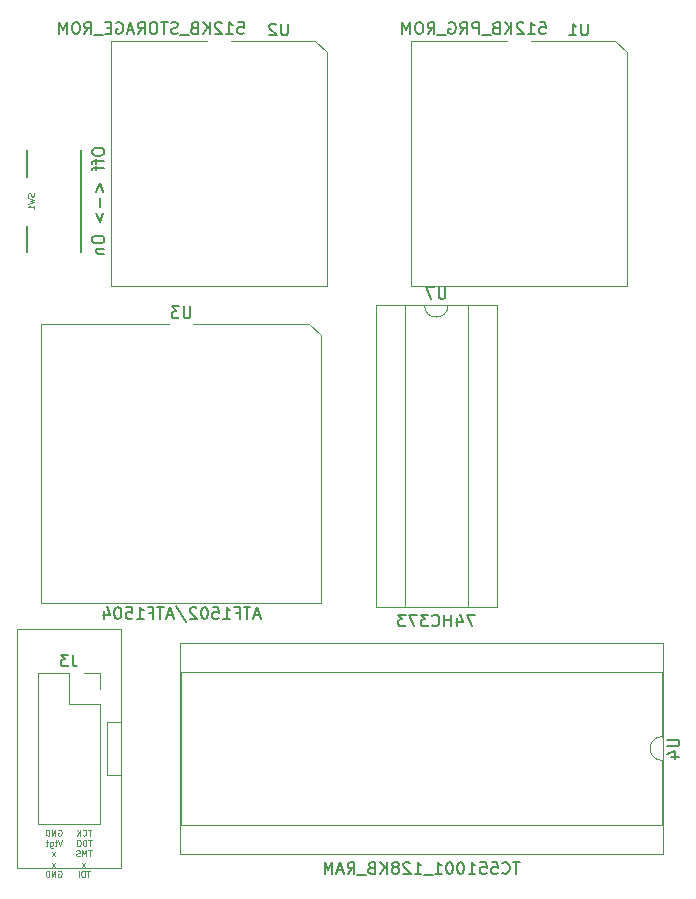
<source format=gbo>
%TF.GenerationSoftware,KiCad,Pcbnew,(5.1.10-1-10_14)*%
%TF.CreationDate,2023-03-27T22:29:06+08:00*%
%TF.ProjectId,GB_MemoryBackup_Mainboard,47425f4d-656d-46f7-9279-4261636b7570,1.4*%
%TF.SameCoordinates,Original*%
%TF.FileFunction,Legend,Bot*%
%TF.FilePolarity,Positive*%
%FSLAX46Y46*%
G04 Gerber Fmt 4.6, Leading zero omitted, Abs format (unit mm)*
G04 Created by KiCad (PCBNEW (5.1.10-1-10_14)) date 2023-03-27 22:29:06*
%MOMM*%
%LPD*%
G01*
G04 APERTURE LIST*
%ADD10C,0.125000*%
%ADD11C,0.150000*%
%ADD12C,0.120000*%
%ADD13C,0.040000*%
G04 APERTURE END LIST*
D10*
X65150952Y-78010000D02*
X65198571Y-77986190D01*
X65270000Y-77986190D01*
X65341428Y-78010000D01*
X65389047Y-78057619D01*
X65412857Y-78105238D01*
X65436666Y-78200476D01*
X65436666Y-78271904D01*
X65412857Y-78367142D01*
X65389047Y-78414761D01*
X65341428Y-78462380D01*
X65270000Y-78486190D01*
X65222380Y-78486190D01*
X65150952Y-78462380D01*
X65127142Y-78438571D01*
X65127142Y-78271904D01*
X65222380Y-78271904D01*
X64912857Y-78486190D02*
X64912857Y-77986190D01*
X64627142Y-78486190D01*
X64627142Y-77986190D01*
X64389047Y-78486190D02*
X64389047Y-77986190D01*
X64270000Y-77986190D01*
X64198571Y-78010000D01*
X64150952Y-78057619D01*
X64127142Y-78105238D01*
X64103333Y-78200476D01*
X64103333Y-78271904D01*
X64127142Y-78367142D01*
X64150952Y-78414761D01*
X64198571Y-78462380D01*
X64270000Y-78486190D01*
X64389047Y-78486190D01*
X65448571Y-78861190D02*
X65281904Y-79361190D01*
X65115238Y-78861190D01*
X65020000Y-79027857D02*
X64829523Y-79027857D01*
X64948571Y-78861190D02*
X64948571Y-79289761D01*
X64924761Y-79337380D01*
X64877142Y-79361190D01*
X64829523Y-79361190D01*
X64448571Y-79027857D02*
X64448571Y-79432619D01*
X64472380Y-79480238D01*
X64496190Y-79504047D01*
X64543809Y-79527857D01*
X64615238Y-79527857D01*
X64662857Y-79504047D01*
X64448571Y-79337380D02*
X64496190Y-79361190D01*
X64591428Y-79361190D01*
X64639047Y-79337380D01*
X64662857Y-79313571D01*
X64686666Y-79265952D01*
X64686666Y-79123095D01*
X64662857Y-79075476D01*
X64639047Y-79051666D01*
X64591428Y-79027857D01*
X64496190Y-79027857D01*
X64448571Y-79051666D01*
X64281904Y-79027857D02*
X64091428Y-79027857D01*
X64210476Y-78861190D02*
X64210476Y-79289761D01*
X64186666Y-79337380D01*
X64139047Y-79361190D01*
X64091428Y-79361190D01*
X64900952Y-80236190D02*
X64639047Y-79902857D01*
X64900952Y-79902857D02*
X64639047Y-80236190D01*
X64900952Y-81111190D02*
X64639047Y-80777857D01*
X64900952Y-80777857D02*
X64639047Y-81111190D01*
X65150952Y-81510000D02*
X65198571Y-81486190D01*
X65270000Y-81486190D01*
X65341428Y-81510000D01*
X65389047Y-81557619D01*
X65412857Y-81605238D01*
X65436666Y-81700476D01*
X65436666Y-81771904D01*
X65412857Y-81867142D01*
X65389047Y-81914761D01*
X65341428Y-81962380D01*
X65270000Y-81986190D01*
X65222380Y-81986190D01*
X65150952Y-81962380D01*
X65127142Y-81938571D01*
X65127142Y-81771904D01*
X65222380Y-81771904D01*
X64912857Y-81986190D02*
X64912857Y-81486190D01*
X64627142Y-81986190D01*
X64627142Y-81486190D01*
X64389047Y-81986190D02*
X64389047Y-81486190D01*
X64270000Y-81486190D01*
X64198571Y-81510000D01*
X64150952Y-81557619D01*
X64127142Y-81605238D01*
X64103333Y-81700476D01*
X64103333Y-81771904D01*
X64127142Y-81867142D01*
X64150952Y-81914761D01*
X64198571Y-81962380D01*
X64270000Y-81986190D01*
X64389047Y-81986190D01*
X67952857Y-77986190D02*
X67667142Y-77986190D01*
X67810000Y-78486190D02*
X67810000Y-77986190D01*
X67214761Y-78438571D02*
X67238571Y-78462380D01*
X67310000Y-78486190D01*
X67357619Y-78486190D01*
X67429047Y-78462380D01*
X67476666Y-78414761D01*
X67500476Y-78367142D01*
X67524285Y-78271904D01*
X67524285Y-78200476D01*
X67500476Y-78105238D01*
X67476666Y-78057619D01*
X67429047Y-78010000D01*
X67357619Y-77986190D01*
X67310000Y-77986190D01*
X67238571Y-78010000D01*
X67214761Y-78033809D01*
X67000476Y-78486190D02*
X67000476Y-77986190D01*
X66714761Y-78486190D02*
X66929047Y-78200476D01*
X66714761Y-77986190D02*
X67000476Y-78271904D01*
X67964761Y-78861190D02*
X67679047Y-78861190D01*
X67821904Y-79361190D02*
X67821904Y-78861190D01*
X67512380Y-79361190D02*
X67512380Y-78861190D01*
X67393333Y-78861190D01*
X67321904Y-78885000D01*
X67274285Y-78932619D01*
X67250476Y-78980238D01*
X67226666Y-79075476D01*
X67226666Y-79146904D01*
X67250476Y-79242142D01*
X67274285Y-79289761D01*
X67321904Y-79337380D01*
X67393333Y-79361190D01*
X67512380Y-79361190D01*
X66917142Y-78861190D02*
X66821904Y-78861190D01*
X66774285Y-78885000D01*
X66726666Y-78932619D01*
X66702857Y-79027857D01*
X66702857Y-79194523D01*
X66726666Y-79289761D01*
X66774285Y-79337380D01*
X66821904Y-79361190D01*
X66917142Y-79361190D01*
X66964761Y-79337380D01*
X67012380Y-79289761D01*
X67036190Y-79194523D01*
X67036190Y-79027857D01*
X67012380Y-78932619D01*
X66964761Y-78885000D01*
X66917142Y-78861190D01*
X67976666Y-79736190D02*
X67690952Y-79736190D01*
X67833809Y-80236190D02*
X67833809Y-79736190D01*
X67524285Y-80236190D02*
X67524285Y-79736190D01*
X67357619Y-80093333D01*
X67190952Y-79736190D01*
X67190952Y-80236190D01*
X66976666Y-80212380D02*
X66905238Y-80236190D01*
X66786190Y-80236190D01*
X66738571Y-80212380D01*
X66714761Y-80188571D01*
X66690952Y-80140952D01*
X66690952Y-80093333D01*
X66714761Y-80045714D01*
X66738571Y-80021904D01*
X66786190Y-79998095D01*
X66881428Y-79974285D01*
X66929047Y-79950476D01*
X66952857Y-79926666D01*
X66976666Y-79879047D01*
X66976666Y-79831428D01*
X66952857Y-79783809D01*
X66929047Y-79760000D01*
X66881428Y-79736190D01*
X66762380Y-79736190D01*
X66690952Y-79760000D01*
X67440952Y-81111190D02*
X67179047Y-80777857D01*
X67440952Y-80777857D02*
X67179047Y-81111190D01*
X67821904Y-81486190D02*
X67536190Y-81486190D01*
X67679047Y-81986190D02*
X67679047Y-81486190D01*
X67369523Y-81986190D02*
X67369523Y-81486190D01*
X67250476Y-81486190D01*
X67179047Y-81510000D01*
X67131428Y-81557619D01*
X67107619Y-81605238D01*
X67083809Y-81700476D01*
X67083809Y-81771904D01*
X67107619Y-81867142D01*
X67131428Y-81914761D01*
X67179047Y-81962380D01*
X67250476Y-81986190D01*
X67369523Y-81986190D01*
X66869523Y-81986190D02*
X66869523Y-81486190D01*
D11*
X104218333Y-80732380D02*
X103646904Y-80732380D01*
X103932619Y-81732380D02*
X103932619Y-80732380D01*
X102742142Y-81637142D02*
X102789761Y-81684761D01*
X102932619Y-81732380D01*
X103027857Y-81732380D01*
X103170714Y-81684761D01*
X103265952Y-81589523D01*
X103313571Y-81494285D01*
X103361190Y-81303809D01*
X103361190Y-81160952D01*
X103313571Y-80970476D01*
X103265952Y-80875238D01*
X103170714Y-80780000D01*
X103027857Y-80732380D01*
X102932619Y-80732380D01*
X102789761Y-80780000D01*
X102742142Y-80827619D01*
X101837380Y-80732380D02*
X102313571Y-80732380D01*
X102361190Y-81208571D01*
X102313571Y-81160952D01*
X102218333Y-81113333D01*
X101980238Y-81113333D01*
X101885000Y-81160952D01*
X101837380Y-81208571D01*
X101789761Y-81303809D01*
X101789761Y-81541904D01*
X101837380Y-81637142D01*
X101885000Y-81684761D01*
X101980238Y-81732380D01*
X102218333Y-81732380D01*
X102313571Y-81684761D01*
X102361190Y-81637142D01*
X100885000Y-80732380D02*
X101361190Y-80732380D01*
X101408809Y-81208571D01*
X101361190Y-81160952D01*
X101265952Y-81113333D01*
X101027857Y-81113333D01*
X100932619Y-81160952D01*
X100885000Y-81208571D01*
X100837380Y-81303809D01*
X100837380Y-81541904D01*
X100885000Y-81637142D01*
X100932619Y-81684761D01*
X101027857Y-81732380D01*
X101265952Y-81732380D01*
X101361190Y-81684761D01*
X101408809Y-81637142D01*
X99885000Y-81732380D02*
X100456428Y-81732380D01*
X100170714Y-81732380D02*
X100170714Y-80732380D01*
X100265952Y-80875238D01*
X100361190Y-80970476D01*
X100456428Y-81018095D01*
X99265952Y-80732380D02*
X99170714Y-80732380D01*
X99075476Y-80780000D01*
X99027857Y-80827619D01*
X98980238Y-80922857D01*
X98932619Y-81113333D01*
X98932619Y-81351428D01*
X98980238Y-81541904D01*
X99027857Y-81637142D01*
X99075476Y-81684761D01*
X99170714Y-81732380D01*
X99265952Y-81732380D01*
X99361190Y-81684761D01*
X99408809Y-81637142D01*
X99456428Y-81541904D01*
X99504047Y-81351428D01*
X99504047Y-81113333D01*
X99456428Y-80922857D01*
X99408809Y-80827619D01*
X99361190Y-80780000D01*
X99265952Y-80732380D01*
X98313571Y-80732380D02*
X98218333Y-80732380D01*
X98123095Y-80780000D01*
X98075476Y-80827619D01*
X98027857Y-80922857D01*
X97980238Y-81113333D01*
X97980238Y-81351428D01*
X98027857Y-81541904D01*
X98075476Y-81637142D01*
X98123095Y-81684761D01*
X98218333Y-81732380D01*
X98313571Y-81732380D01*
X98408809Y-81684761D01*
X98456428Y-81637142D01*
X98504047Y-81541904D01*
X98551666Y-81351428D01*
X98551666Y-81113333D01*
X98504047Y-80922857D01*
X98456428Y-80827619D01*
X98408809Y-80780000D01*
X98313571Y-80732380D01*
X97027857Y-81732380D02*
X97599285Y-81732380D01*
X97313571Y-81732380D02*
X97313571Y-80732380D01*
X97408809Y-80875238D01*
X97504047Y-80970476D01*
X97599285Y-81018095D01*
X96837380Y-81827619D02*
X96075476Y-81827619D01*
X95313571Y-81732380D02*
X95885000Y-81732380D01*
X95599285Y-81732380D02*
X95599285Y-80732380D01*
X95694523Y-80875238D01*
X95789761Y-80970476D01*
X95885000Y-81018095D01*
X94932619Y-80827619D02*
X94885000Y-80780000D01*
X94789761Y-80732380D01*
X94551666Y-80732380D01*
X94456428Y-80780000D01*
X94408809Y-80827619D01*
X94361190Y-80922857D01*
X94361190Y-81018095D01*
X94408809Y-81160952D01*
X94980238Y-81732380D01*
X94361190Y-81732380D01*
X93789761Y-81160952D02*
X93885000Y-81113333D01*
X93932619Y-81065714D01*
X93980238Y-80970476D01*
X93980238Y-80922857D01*
X93932619Y-80827619D01*
X93885000Y-80780000D01*
X93789761Y-80732380D01*
X93599285Y-80732380D01*
X93504047Y-80780000D01*
X93456428Y-80827619D01*
X93408809Y-80922857D01*
X93408809Y-80970476D01*
X93456428Y-81065714D01*
X93504047Y-81113333D01*
X93599285Y-81160952D01*
X93789761Y-81160952D01*
X93885000Y-81208571D01*
X93932619Y-81256190D01*
X93980238Y-81351428D01*
X93980238Y-81541904D01*
X93932619Y-81637142D01*
X93885000Y-81684761D01*
X93789761Y-81732380D01*
X93599285Y-81732380D01*
X93504047Y-81684761D01*
X93456428Y-81637142D01*
X93408809Y-81541904D01*
X93408809Y-81351428D01*
X93456428Y-81256190D01*
X93504047Y-81208571D01*
X93599285Y-81160952D01*
X92980238Y-81732380D02*
X92980238Y-80732380D01*
X92408809Y-81732380D02*
X92837380Y-81160952D01*
X92408809Y-80732380D02*
X92980238Y-81303809D01*
X91646904Y-81208571D02*
X91504047Y-81256190D01*
X91456428Y-81303809D01*
X91408809Y-81399047D01*
X91408809Y-81541904D01*
X91456428Y-81637142D01*
X91504047Y-81684761D01*
X91599285Y-81732380D01*
X91980238Y-81732380D01*
X91980238Y-80732380D01*
X91646904Y-80732380D01*
X91551666Y-80780000D01*
X91504047Y-80827619D01*
X91456428Y-80922857D01*
X91456428Y-81018095D01*
X91504047Y-81113333D01*
X91551666Y-81160952D01*
X91646904Y-81208571D01*
X91980238Y-81208571D01*
X91218333Y-81827619D02*
X90456428Y-81827619D01*
X89646904Y-81732380D02*
X89980238Y-81256190D01*
X90218333Y-81732380D02*
X90218333Y-80732380D01*
X89837380Y-80732380D01*
X89742142Y-80780000D01*
X89694523Y-80827619D01*
X89646904Y-80922857D01*
X89646904Y-81065714D01*
X89694523Y-81160952D01*
X89742142Y-81208571D01*
X89837380Y-81256190D01*
X90218333Y-81256190D01*
X89265952Y-81446666D02*
X88789761Y-81446666D01*
X89361190Y-81732380D02*
X89027857Y-80732380D01*
X88694523Y-81732380D01*
X88361190Y-81732380D02*
X88361190Y-80732380D01*
X88027857Y-81446666D01*
X87694523Y-80732380D01*
X87694523Y-81732380D01*
X82184047Y-59856666D02*
X81707857Y-59856666D01*
X82279285Y-60142380D02*
X81945952Y-59142380D01*
X81612619Y-60142380D01*
X81422142Y-59142380D02*
X80850714Y-59142380D01*
X81136428Y-60142380D02*
X81136428Y-59142380D01*
X80184047Y-59618571D02*
X80517380Y-59618571D01*
X80517380Y-60142380D02*
X80517380Y-59142380D01*
X80041190Y-59142380D01*
X79136428Y-60142380D02*
X79707857Y-60142380D01*
X79422142Y-60142380D02*
X79422142Y-59142380D01*
X79517380Y-59285238D01*
X79612619Y-59380476D01*
X79707857Y-59428095D01*
X78231666Y-59142380D02*
X78707857Y-59142380D01*
X78755476Y-59618571D01*
X78707857Y-59570952D01*
X78612619Y-59523333D01*
X78374523Y-59523333D01*
X78279285Y-59570952D01*
X78231666Y-59618571D01*
X78184047Y-59713809D01*
X78184047Y-59951904D01*
X78231666Y-60047142D01*
X78279285Y-60094761D01*
X78374523Y-60142380D01*
X78612619Y-60142380D01*
X78707857Y-60094761D01*
X78755476Y-60047142D01*
X77565000Y-59142380D02*
X77469761Y-59142380D01*
X77374523Y-59190000D01*
X77326904Y-59237619D01*
X77279285Y-59332857D01*
X77231666Y-59523333D01*
X77231666Y-59761428D01*
X77279285Y-59951904D01*
X77326904Y-60047142D01*
X77374523Y-60094761D01*
X77469761Y-60142380D01*
X77565000Y-60142380D01*
X77660238Y-60094761D01*
X77707857Y-60047142D01*
X77755476Y-59951904D01*
X77803095Y-59761428D01*
X77803095Y-59523333D01*
X77755476Y-59332857D01*
X77707857Y-59237619D01*
X77660238Y-59190000D01*
X77565000Y-59142380D01*
X76850714Y-59237619D02*
X76803095Y-59190000D01*
X76707857Y-59142380D01*
X76469761Y-59142380D01*
X76374523Y-59190000D01*
X76326904Y-59237619D01*
X76279285Y-59332857D01*
X76279285Y-59428095D01*
X76326904Y-59570952D01*
X76898333Y-60142380D01*
X76279285Y-60142380D01*
X75136428Y-59094761D02*
X75993571Y-60380476D01*
X74850714Y-59856666D02*
X74374523Y-59856666D01*
X74945952Y-60142380D02*
X74612619Y-59142380D01*
X74279285Y-60142380D01*
X74088809Y-59142380D02*
X73517380Y-59142380D01*
X73803095Y-60142380D02*
X73803095Y-59142380D01*
X72850714Y-59618571D02*
X73184047Y-59618571D01*
X73184047Y-60142380D02*
X73184047Y-59142380D01*
X72707857Y-59142380D01*
X71803095Y-60142380D02*
X72374523Y-60142380D01*
X72088809Y-60142380D02*
X72088809Y-59142380D01*
X72184047Y-59285238D01*
X72279285Y-59380476D01*
X72374523Y-59428095D01*
X70898333Y-59142380D02*
X71374523Y-59142380D01*
X71422142Y-59618571D01*
X71374523Y-59570952D01*
X71279285Y-59523333D01*
X71041190Y-59523333D01*
X70945952Y-59570952D01*
X70898333Y-59618571D01*
X70850714Y-59713809D01*
X70850714Y-59951904D01*
X70898333Y-60047142D01*
X70945952Y-60094761D01*
X71041190Y-60142380D01*
X71279285Y-60142380D01*
X71374523Y-60094761D01*
X71422142Y-60047142D01*
X70231666Y-59142380D02*
X70136428Y-59142380D01*
X70041190Y-59190000D01*
X69993571Y-59237619D01*
X69945952Y-59332857D01*
X69898333Y-59523333D01*
X69898333Y-59761428D01*
X69945952Y-59951904D01*
X69993571Y-60047142D01*
X70041190Y-60094761D01*
X70136428Y-60142380D01*
X70231666Y-60142380D01*
X70326904Y-60094761D01*
X70374523Y-60047142D01*
X70422142Y-59951904D01*
X70469761Y-59761428D01*
X70469761Y-59523333D01*
X70422142Y-59332857D01*
X70374523Y-59237619D01*
X70326904Y-59190000D01*
X70231666Y-59142380D01*
X69041190Y-59475714D02*
X69041190Y-60142380D01*
X69279285Y-59094761D02*
X69517380Y-59809047D01*
X68898333Y-59809047D01*
X100416904Y-59777380D02*
X99750238Y-59777380D01*
X100178809Y-60777380D01*
X98940714Y-60110714D02*
X98940714Y-60777380D01*
X99178809Y-59729761D02*
X99416904Y-60444047D01*
X98797857Y-60444047D01*
X98416904Y-60777380D02*
X98416904Y-59777380D01*
X98416904Y-60253571D02*
X97845476Y-60253571D01*
X97845476Y-60777380D02*
X97845476Y-59777380D01*
X96797857Y-60682142D02*
X96845476Y-60729761D01*
X96988333Y-60777380D01*
X97083571Y-60777380D01*
X97226428Y-60729761D01*
X97321666Y-60634523D01*
X97369285Y-60539285D01*
X97416904Y-60348809D01*
X97416904Y-60205952D01*
X97369285Y-60015476D01*
X97321666Y-59920238D01*
X97226428Y-59825000D01*
X97083571Y-59777380D01*
X96988333Y-59777380D01*
X96845476Y-59825000D01*
X96797857Y-59872619D01*
X96464523Y-59777380D02*
X95845476Y-59777380D01*
X96178809Y-60158333D01*
X96035952Y-60158333D01*
X95940714Y-60205952D01*
X95893095Y-60253571D01*
X95845476Y-60348809D01*
X95845476Y-60586904D01*
X95893095Y-60682142D01*
X95940714Y-60729761D01*
X96035952Y-60777380D01*
X96321666Y-60777380D01*
X96416904Y-60729761D01*
X96464523Y-60682142D01*
X95512142Y-59777380D02*
X94845476Y-59777380D01*
X95274047Y-60777380D01*
X94559761Y-59777380D02*
X93940714Y-59777380D01*
X94274047Y-60158333D01*
X94131190Y-60158333D01*
X94035952Y-60205952D01*
X93988333Y-60253571D01*
X93940714Y-60348809D01*
X93940714Y-60586904D01*
X93988333Y-60682142D01*
X94035952Y-60729761D01*
X94131190Y-60777380D01*
X94416904Y-60777380D01*
X94512142Y-60729761D01*
X94559761Y-60682142D01*
X80358333Y-9612380D02*
X80834523Y-9612380D01*
X80882142Y-10088571D01*
X80834523Y-10040952D01*
X80739285Y-9993333D01*
X80501190Y-9993333D01*
X80405952Y-10040952D01*
X80358333Y-10088571D01*
X80310714Y-10183809D01*
X80310714Y-10421904D01*
X80358333Y-10517142D01*
X80405952Y-10564761D01*
X80501190Y-10612380D01*
X80739285Y-10612380D01*
X80834523Y-10564761D01*
X80882142Y-10517142D01*
X79358333Y-10612380D02*
X79929761Y-10612380D01*
X79644047Y-10612380D02*
X79644047Y-9612380D01*
X79739285Y-9755238D01*
X79834523Y-9850476D01*
X79929761Y-9898095D01*
X78977380Y-9707619D02*
X78929761Y-9660000D01*
X78834523Y-9612380D01*
X78596428Y-9612380D01*
X78501190Y-9660000D01*
X78453571Y-9707619D01*
X78405952Y-9802857D01*
X78405952Y-9898095D01*
X78453571Y-10040952D01*
X79025000Y-10612380D01*
X78405952Y-10612380D01*
X77977380Y-10612380D02*
X77977380Y-9612380D01*
X77405952Y-10612380D02*
X77834523Y-10040952D01*
X77405952Y-9612380D02*
X77977380Y-10183809D01*
X76644047Y-10088571D02*
X76501190Y-10136190D01*
X76453571Y-10183809D01*
X76405952Y-10279047D01*
X76405952Y-10421904D01*
X76453571Y-10517142D01*
X76501190Y-10564761D01*
X76596428Y-10612380D01*
X76977380Y-10612380D01*
X76977380Y-9612380D01*
X76644047Y-9612380D01*
X76548809Y-9660000D01*
X76501190Y-9707619D01*
X76453571Y-9802857D01*
X76453571Y-9898095D01*
X76501190Y-9993333D01*
X76548809Y-10040952D01*
X76644047Y-10088571D01*
X76977380Y-10088571D01*
X76215476Y-10707619D02*
X75453571Y-10707619D01*
X75263095Y-10564761D02*
X75120238Y-10612380D01*
X74882142Y-10612380D01*
X74786904Y-10564761D01*
X74739285Y-10517142D01*
X74691666Y-10421904D01*
X74691666Y-10326666D01*
X74739285Y-10231428D01*
X74786904Y-10183809D01*
X74882142Y-10136190D01*
X75072619Y-10088571D01*
X75167857Y-10040952D01*
X75215476Y-9993333D01*
X75263095Y-9898095D01*
X75263095Y-9802857D01*
X75215476Y-9707619D01*
X75167857Y-9660000D01*
X75072619Y-9612380D01*
X74834523Y-9612380D01*
X74691666Y-9660000D01*
X74405952Y-9612380D02*
X73834523Y-9612380D01*
X74120238Y-10612380D02*
X74120238Y-9612380D01*
X73310714Y-9612380D02*
X73120238Y-9612380D01*
X73025000Y-9660000D01*
X72929761Y-9755238D01*
X72882142Y-9945714D01*
X72882142Y-10279047D01*
X72929761Y-10469523D01*
X73025000Y-10564761D01*
X73120238Y-10612380D01*
X73310714Y-10612380D01*
X73405952Y-10564761D01*
X73501190Y-10469523D01*
X73548809Y-10279047D01*
X73548809Y-9945714D01*
X73501190Y-9755238D01*
X73405952Y-9660000D01*
X73310714Y-9612380D01*
X71882142Y-10612380D02*
X72215476Y-10136190D01*
X72453571Y-10612380D02*
X72453571Y-9612380D01*
X72072619Y-9612380D01*
X71977380Y-9660000D01*
X71929761Y-9707619D01*
X71882142Y-9802857D01*
X71882142Y-9945714D01*
X71929761Y-10040952D01*
X71977380Y-10088571D01*
X72072619Y-10136190D01*
X72453571Y-10136190D01*
X71501190Y-10326666D02*
X71025000Y-10326666D01*
X71596428Y-10612380D02*
X71263095Y-9612380D01*
X70929761Y-10612380D01*
X70072619Y-9660000D02*
X70167857Y-9612380D01*
X70310714Y-9612380D01*
X70453571Y-9660000D01*
X70548809Y-9755238D01*
X70596428Y-9850476D01*
X70644047Y-10040952D01*
X70644047Y-10183809D01*
X70596428Y-10374285D01*
X70548809Y-10469523D01*
X70453571Y-10564761D01*
X70310714Y-10612380D01*
X70215476Y-10612380D01*
X70072619Y-10564761D01*
X70025000Y-10517142D01*
X70025000Y-10183809D01*
X70215476Y-10183809D01*
X69596428Y-10088571D02*
X69263095Y-10088571D01*
X69120238Y-10612380D02*
X69596428Y-10612380D01*
X69596428Y-9612380D01*
X69120238Y-9612380D01*
X68929761Y-10707619D02*
X68167857Y-10707619D01*
X67358333Y-10612380D02*
X67691666Y-10136190D01*
X67929761Y-10612380D02*
X67929761Y-9612380D01*
X67548809Y-9612380D01*
X67453571Y-9660000D01*
X67405952Y-9707619D01*
X67358333Y-9802857D01*
X67358333Y-9945714D01*
X67405952Y-10040952D01*
X67453571Y-10088571D01*
X67548809Y-10136190D01*
X67929761Y-10136190D01*
X66739285Y-9612380D02*
X66548809Y-9612380D01*
X66453571Y-9660000D01*
X66358333Y-9755238D01*
X66310714Y-9945714D01*
X66310714Y-10279047D01*
X66358333Y-10469523D01*
X66453571Y-10564761D01*
X66548809Y-10612380D01*
X66739285Y-10612380D01*
X66834523Y-10564761D01*
X66929761Y-10469523D01*
X66977380Y-10279047D01*
X66977380Y-9945714D01*
X66929761Y-9755238D01*
X66834523Y-9660000D01*
X66739285Y-9612380D01*
X65882142Y-10612380D02*
X65882142Y-9612380D01*
X65548809Y-10326666D01*
X65215476Y-9612380D01*
X65215476Y-10612380D01*
X105901428Y-9612380D02*
X106377619Y-9612380D01*
X106425238Y-10088571D01*
X106377619Y-10040952D01*
X106282380Y-9993333D01*
X106044285Y-9993333D01*
X105949047Y-10040952D01*
X105901428Y-10088571D01*
X105853809Y-10183809D01*
X105853809Y-10421904D01*
X105901428Y-10517142D01*
X105949047Y-10564761D01*
X106044285Y-10612380D01*
X106282380Y-10612380D01*
X106377619Y-10564761D01*
X106425238Y-10517142D01*
X104901428Y-10612380D02*
X105472857Y-10612380D01*
X105187142Y-10612380D02*
X105187142Y-9612380D01*
X105282380Y-9755238D01*
X105377619Y-9850476D01*
X105472857Y-9898095D01*
X104520476Y-9707619D02*
X104472857Y-9660000D01*
X104377619Y-9612380D01*
X104139523Y-9612380D01*
X104044285Y-9660000D01*
X103996666Y-9707619D01*
X103949047Y-9802857D01*
X103949047Y-9898095D01*
X103996666Y-10040952D01*
X104568095Y-10612380D01*
X103949047Y-10612380D01*
X103520476Y-10612380D02*
X103520476Y-9612380D01*
X102949047Y-10612380D02*
X103377619Y-10040952D01*
X102949047Y-9612380D02*
X103520476Y-10183809D01*
X102187142Y-10088571D02*
X102044285Y-10136190D01*
X101996666Y-10183809D01*
X101949047Y-10279047D01*
X101949047Y-10421904D01*
X101996666Y-10517142D01*
X102044285Y-10564761D01*
X102139523Y-10612380D01*
X102520476Y-10612380D01*
X102520476Y-9612380D01*
X102187142Y-9612380D01*
X102091904Y-9660000D01*
X102044285Y-9707619D01*
X101996666Y-9802857D01*
X101996666Y-9898095D01*
X102044285Y-9993333D01*
X102091904Y-10040952D01*
X102187142Y-10088571D01*
X102520476Y-10088571D01*
X101758571Y-10707619D02*
X100996666Y-10707619D01*
X100758571Y-10612380D02*
X100758571Y-9612380D01*
X100377619Y-9612380D01*
X100282380Y-9660000D01*
X100234761Y-9707619D01*
X100187142Y-9802857D01*
X100187142Y-9945714D01*
X100234761Y-10040952D01*
X100282380Y-10088571D01*
X100377619Y-10136190D01*
X100758571Y-10136190D01*
X99187142Y-10612380D02*
X99520476Y-10136190D01*
X99758571Y-10612380D02*
X99758571Y-9612380D01*
X99377619Y-9612380D01*
X99282380Y-9660000D01*
X99234761Y-9707619D01*
X99187142Y-9802857D01*
X99187142Y-9945714D01*
X99234761Y-10040952D01*
X99282380Y-10088571D01*
X99377619Y-10136190D01*
X99758571Y-10136190D01*
X98234761Y-9660000D02*
X98330000Y-9612380D01*
X98472857Y-9612380D01*
X98615714Y-9660000D01*
X98710952Y-9755238D01*
X98758571Y-9850476D01*
X98806190Y-10040952D01*
X98806190Y-10183809D01*
X98758571Y-10374285D01*
X98710952Y-10469523D01*
X98615714Y-10564761D01*
X98472857Y-10612380D01*
X98377619Y-10612380D01*
X98234761Y-10564761D01*
X98187142Y-10517142D01*
X98187142Y-10183809D01*
X98377619Y-10183809D01*
X97996666Y-10707619D02*
X97234761Y-10707619D01*
X96425238Y-10612380D02*
X96758571Y-10136190D01*
X96996666Y-10612380D02*
X96996666Y-9612380D01*
X96615714Y-9612380D01*
X96520476Y-9660000D01*
X96472857Y-9707619D01*
X96425238Y-9802857D01*
X96425238Y-9945714D01*
X96472857Y-10040952D01*
X96520476Y-10088571D01*
X96615714Y-10136190D01*
X96996666Y-10136190D01*
X95806190Y-9612380D02*
X95615714Y-9612380D01*
X95520476Y-9660000D01*
X95425238Y-9755238D01*
X95377619Y-9945714D01*
X95377619Y-10279047D01*
X95425238Y-10469523D01*
X95520476Y-10564761D01*
X95615714Y-10612380D01*
X95806190Y-10612380D01*
X95901428Y-10564761D01*
X95996666Y-10469523D01*
X96044285Y-10279047D01*
X96044285Y-9945714D01*
X95996666Y-9755238D01*
X95901428Y-9660000D01*
X95806190Y-9612380D01*
X94949047Y-10612380D02*
X94949047Y-9612380D01*
X94615714Y-10326666D01*
X94282380Y-9612380D01*
X94282380Y-10612380D01*
X68032380Y-20503095D02*
X68032380Y-20693571D01*
X68080000Y-20788809D01*
X68175238Y-20884047D01*
X68365714Y-20931666D01*
X68699047Y-20931666D01*
X68889523Y-20884047D01*
X68984761Y-20788809D01*
X69032380Y-20693571D01*
X69032380Y-20503095D01*
X68984761Y-20407857D01*
X68889523Y-20312619D01*
X68699047Y-20265000D01*
X68365714Y-20265000D01*
X68175238Y-20312619D01*
X68080000Y-20407857D01*
X68032380Y-20503095D01*
X68365714Y-21217380D02*
X68365714Y-21598333D01*
X69032380Y-21360238D02*
X68175238Y-21360238D01*
X68080000Y-21407857D01*
X68032380Y-21503095D01*
X68032380Y-21598333D01*
X68365714Y-21788809D02*
X68365714Y-22169761D01*
X69032380Y-21931666D02*
X68175238Y-21931666D01*
X68080000Y-21979285D01*
X68032380Y-22074523D01*
X68032380Y-22169761D01*
X68365714Y-24026904D02*
X68651428Y-23265000D01*
X68937142Y-24026904D01*
X68651428Y-24503095D02*
X68651428Y-25265000D01*
X68365714Y-25741190D02*
X68651428Y-26503095D01*
X68937142Y-25741190D01*
X68032380Y-27931666D02*
X68032380Y-28122142D01*
X68080000Y-28217380D01*
X68175238Y-28312619D01*
X68365714Y-28360238D01*
X68699047Y-28360238D01*
X68889523Y-28312619D01*
X68984761Y-28217380D01*
X69032380Y-28122142D01*
X69032380Y-27931666D01*
X68984761Y-27836428D01*
X68889523Y-27741190D01*
X68699047Y-27693571D01*
X68365714Y-27693571D01*
X68175238Y-27741190D01*
X68080000Y-27836428D01*
X68032380Y-27931666D01*
X68365714Y-28788809D02*
X69032380Y-28788809D01*
X68460952Y-28788809D02*
X68413333Y-28836428D01*
X68365714Y-28931666D01*
X68365714Y-29074523D01*
X68413333Y-29169761D01*
X68508571Y-29217380D01*
X69032380Y-29217380D01*
D12*
%TO.C,U7*%
X92015000Y-33535000D02*
X102295000Y-33535000D01*
X92015000Y-59175000D02*
X92015000Y-33535000D01*
X102295000Y-59175000D02*
X92015000Y-59175000D01*
X102295000Y-33535000D02*
X102295000Y-59175000D01*
X94505000Y-33595000D02*
X96155000Y-33595000D01*
X94505000Y-59115000D02*
X94505000Y-33595000D01*
X99805000Y-59115000D02*
X94505000Y-59115000D01*
X99805000Y-33595000D02*
X99805000Y-59115000D01*
X98155000Y-33595000D02*
X99805000Y-33595000D01*
X96155000Y-33595000D02*
G75*
G03*
X98155000Y-33595000I1000000J0D01*
G01*
%TO.C,U4*%
X116325000Y-62170000D02*
X116325000Y-80070000D01*
X75445000Y-62170000D02*
X116325000Y-62170000D01*
X75445000Y-80070000D02*
X75445000Y-62170000D01*
X116325000Y-80070000D02*
X75445000Y-80070000D01*
X116265000Y-64660000D02*
X116265000Y-70120000D01*
X75505000Y-64660000D02*
X116265000Y-64660000D01*
X75505000Y-77580000D02*
X75505000Y-64660000D01*
X116265000Y-77580000D02*
X75505000Y-77580000D01*
X116265000Y-72120000D02*
X116265000Y-77580000D01*
X116265000Y-70120000D02*
G75*
G03*
X116265000Y-72120000I0J-1000000D01*
G01*
%TO.C,U3*%
X63715000Y-35140000D02*
X74565000Y-35140000D01*
X63715000Y-58840000D02*
X63715000Y-35140000D01*
X87415000Y-58840000D02*
X63715000Y-58840000D01*
X87415000Y-36140000D02*
X87415000Y-58840000D01*
X86415000Y-35140000D02*
X87415000Y-36140000D01*
X76565000Y-35140000D02*
X86415000Y-35140000D01*
%TO.C,U2*%
X69615000Y-11190000D02*
X77740000Y-11190000D01*
X69615000Y-31990000D02*
X69615000Y-11190000D01*
X87865000Y-31990000D02*
X69615000Y-31990000D01*
X87865000Y-12190000D02*
X87865000Y-31990000D01*
X86865000Y-11190000D02*
X87865000Y-12190000D01*
X79740000Y-11190000D02*
X86865000Y-11190000D01*
%TO.C,U1*%
X95015000Y-11190000D02*
X103140000Y-11190000D01*
X95015000Y-31990000D02*
X95015000Y-11190000D01*
X113265000Y-31990000D02*
X95015000Y-31990000D01*
X113265000Y-12190000D02*
X113265000Y-31990000D01*
X112265000Y-11190000D02*
X113265000Y-12190000D01*
X105140000Y-11190000D02*
X112265000Y-11190000D01*
D11*
%TO.C,SW1*%
X62470000Y-22765000D02*
X62470000Y-20465000D01*
X62470000Y-29065000D02*
X62470000Y-26865000D01*
X67070000Y-29065000D02*
X67070000Y-20465000D01*
D13*
%TO.C,J3*%
X61640000Y-61020000D02*
X70440000Y-61020000D01*
X61640000Y-81220000D02*
X61640000Y-61020000D01*
X70440000Y-81220000D02*
X61640000Y-81220000D01*
X70440000Y-61020000D02*
X70440000Y-81220000D01*
D12*
X68640000Y-77530000D02*
X63440000Y-77530000D01*
X68640000Y-67310000D02*
X68640000Y-77530000D01*
X63440000Y-64710000D02*
X63440000Y-77530000D01*
X68640000Y-67310000D02*
X66040000Y-67310000D01*
X66040000Y-67310000D02*
X66040000Y-64710000D01*
X66040000Y-64710000D02*
X63440000Y-64710000D01*
X68640000Y-66040000D02*
X68640000Y-64710000D01*
X68640000Y-64710000D02*
X67310000Y-64710000D01*
D13*
X70440000Y-68870000D02*
X69290000Y-68870000D01*
X69290000Y-68870000D02*
X69290000Y-73370000D01*
X69290000Y-73370000D02*
X70440000Y-73370000D01*
%TO.C,U7*%
D11*
X97916904Y-32047380D02*
X97916904Y-32856904D01*
X97869285Y-32952142D01*
X97821666Y-32999761D01*
X97726428Y-33047380D01*
X97535952Y-33047380D01*
X97440714Y-32999761D01*
X97393095Y-32952142D01*
X97345476Y-32856904D01*
X97345476Y-32047380D01*
X96964523Y-32047380D02*
X96297857Y-32047380D01*
X96726428Y-33047380D01*
%TO.C,U4*%
X116717380Y-70358095D02*
X117526904Y-70358095D01*
X117622142Y-70405714D01*
X117669761Y-70453333D01*
X117717380Y-70548571D01*
X117717380Y-70739047D01*
X117669761Y-70834285D01*
X117622142Y-70881904D01*
X117526904Y-70929523D01*
X116717380Y-70929523D01*
X117050714Y-71834285D02*
X117717380Y-71834285D01*
X116669761Y-71596190D02*
X117384047Y-71358095D01*
X117384047Y-71977142D01*
%TO.C,U3*%
X76326904Y-33692380D02*
X76326904Y-34501904D01*
X76279285Y-34597142D01*
X76231666Y-34644761D01*
X76136428Y-34692380D01*
X75945952Y-34692380D01*
X75850714Y-34644761D01*
X75803095Y-34597142D01*
X75755476Y-34501904D01*
X75755476Y-33692380D01*
X75374523Y-33692380D02*
X74755476Y-33692380D01*
X75088809Y-34073333D01*
X74945952Y-34073333D01*
X74850714Y-34120952D01*
X74803095Y-34168571D01*
X74755476Y-34263809D01*
X74755476Y-34501904D01*
X74803095Y-34597142D01*
X74850714Y-34644761D01*
X74945952Y-34692380D01*
X75231666Y-34692380D01*
X75326904Y-34644761D01*
X75374523Y-34597142D01*
%TO.C,U2*%
X84581904Y-9742380D02*
X84581904Y-10551904D01*
X84534285Y-10647142D01*
X84486666Y-10694761D01*
X84391428Y-10742380D01*
X84200952Y-10742380D01*
X84105714Y-10694761D01*
X84058095Y-10647142D01*
X84010476Y-10551904D01*
X84010476Y-9742380D01*
X83581904Y-9837619D02*
X83534285Y-9790000D01*
X83439047Y-9742380D01*
X83200952Y-9742380D01*
X83105714Y-9790000D01*
X83058095Y-9837619D01*
X83010476Y-9932857D01*
X83010476Y-10028095D01*
X83058095Y-10170952D01*
X83629523Y-10742380D01*
X83010476Y-10742380D01*
%TO.C,U1*%
X109981904Y-9742380D02*
X109981904Y-10551904D01*
X109934285Y-10647142D01*
X109886666Y-10694761D01*
X109791428Y-10742380D01*
X109600952Y-10742380D01*
X109505714Y-10694761D01*
X109458095Y-10647142D01*
X109410476Y-10551904D01*
X109410476Y-9742380D01*
X108410476Y-10742380D02*
X108981904Y-10742380D01*
X108696190Y-10742380D02*
X108696190Y-9742380D01*
X108791428Y-9885238D01*
X108886666Y-9980476D01*
X108981904Y-10028095D01*
%TO.C,SW1*%
D10*
X63067380Y-24098333D02*
X63091190Y-24169761D01*
X63091190Y-24288809D01*
X63067380Y-24336428D01*
X63043571Y-24360238D01*
X62995952Y-24384047D01*
X62948333Y-24384047D01*
X62900714Y-24360238D01*
X62876904Y-24336428D01*
X62853095Y-24288809D01*
X62829285Y-24193571D01*
X62805476Y-24145952D01*
X62781666Y-24122142D01*
X62734047Y-24098333D01*
X62686428Y-24098333D01*
X62638809Y-24122142D01*
X62615000Y-24145952D01*
X62591190Y-24193571D01*
X62591190Y-24312619D01*
X62615000Y-24384047D01*
X62591190Y-24550714D02*
X63091190Y-24669761D01*
X62734047Y-24765000D01*
X63091190Y-24860238D01*
X62591190Y-24979285D01*
X63091190Y-25431666D02*
X63091190Y-25145952D01*
X63091190Y-25288809D02*
X62591190Y-25288809D01*
X62662619Y-25241190D01*
X62710238Y-25193571D01*
X62734047Y-25145952D01*
%TO.C,J3*%
D11*
X66373333Y-63162380D02*
X66373333Y-63876666D01*
X66420952Y-64019523D01*
X66516190Y-64114761D01*
X66659047Y-64162380D01*
X66754285Y-64162380D01*
X65992380Y-63162380D02*
X65373333Y-63162380D01*
X65706666Y-63543333D01*
X65563809Y-63543333D01*
X65468571Y-63590952D01*
X65420952Y-63638571D01*
X65373333Y-63733809D01*
X65373333Y-63971904D01*
X65420952Y-64067142D01*
X65468571Y-64114761D01*
X65563809Y-64162380D01*
X65849523Y-64162380D01*
X65944761Y-64114761D01*
X65992380Y-64067142D01*
%TD*%
M02*

</source>
